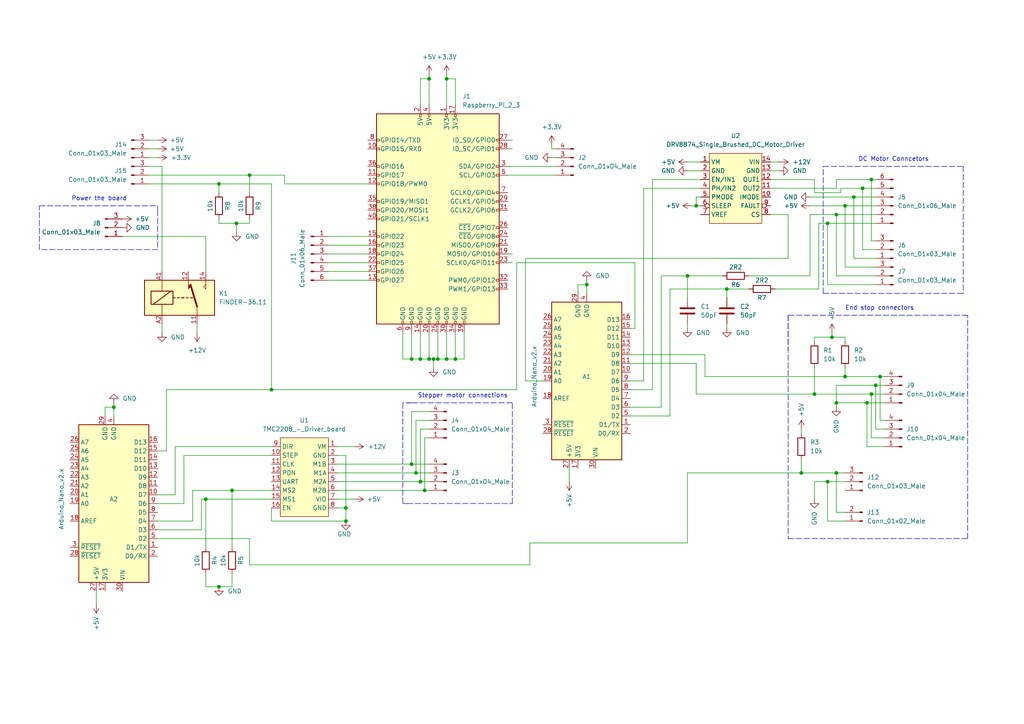
<source format=kicad_sch>
(kicad_sch (version 20211123) (generator eeschema)
  (paper "A4")
  (lib_symbols
    (symbol "Connector:Conn_01x02_Male" (pin_names (offset 1.016) hide)
      (property "Reference" "J" (at 0 2.54 0))
      (property "Value" "Conn_01x02_Male" (at 0 -5.08 0))
      (symbol "Conn_01x02_Male_1_1"
        (polyline (pts (xy 1.27 -2.54) (xy 0.8636 -2.54)) (stroke (width 0.1524)))
        (polyline (pts (xy 1.27 0) (xy 0.8636 0)) (stroke (width 0.1524)))
        (rectangle (start 0.8636 -2.413) (end 0 -2.667) (stroke (width 0.1524)) (fill (type outline)))
        (rectangle (start 0.8636 0.127) (end 0 -0.127) (stroke (width 0.1524)) (fill (type outline)))
        (pin passive line (at 5.08 0 180) (length 3.81) (name "Pin_1") (number "1"))
        (pin passive line (at 5.08 -2.54 180) (length 3.81) (name "Pin_2") (number "2"))
      )
    )
    (symbol "Connector:Conn_01x03_Male" (pin_names (offset 1.016) hide)
      (property "Reference" "J" (at 0 5.08 0))
      (property "Value" "Conn_01x03_Male" (at 0 -5.08 0))
      (symbol "Conn_01x03_Male_1_1"
        (polyline (pts (xy 1.27 -2.54) (xy 0.8636 -2.54)) (stroke (width 0.1524)))
        (polyline (pts (xy 1.27 0) (xy 0.8636 0)) (stroke (width 0.1524)))
        (polyline (pts (xy 1.27 2.54) (xy 0.8636 2.54)) (stroke (width 0.1524)))
        (rectangle (start 0.8636 -2.413) (end 0 -2.667) (stroke (width 0.1524)) (fill (type outline)))
        (rectangle (start 0.8636 0.127) (end 0 -0.127) (stroke (width 0.1524)) (fill (type outline)))
        (rectangle (start 0.8636 2.667) (end 0 2.413) (stroke (width 0.1524)) (fill (type outline)))
        (pin passive line (at 5.08 2.54 180) (length 3.81) (name "Pin_1") (number "1"))
        (pin passive line (at 5.08 0 180) (length 3.81) (name "Pin_2") (number "2"))
        (pin passive line (at 5.08 -2.54 180) (length 3.81) (name "Pin_3") (number "3"))
      )
    )
    (symbol "Connector:Conn_01x04_Male" (pin_names (offset 1.016) hide)
      (property "Reference" "J" (at 0 5.08 0))
      (property "Value" "Conn_01x04_Male" (at 0 -7.62 0))
      (symbol "Conn_01x04_Male_1_1"
        (polyline (pts (xy 1.27 -5.08) (xy 0.8636 -5.08)) (stroke (width 0.1524)))
        (polyline (pts (xy 1.27 -2.54) (xy 0.8636 -2.54)) (stroke (width 0.1524)))
        (polyline (pts (xy 1.27 0) (xy 0.8636 0)) (stroke (width 0.1524)))
        (polyline (pts (xy 1.27 2.54) (xy 0.8636 2.54)) (stroke (width 0.1524)))
        (rectangle (start 0.8636 -4.953) (end 0 -5.207) (stroke (width 0.1524)) (fill (type outline)))
        (rectangle (start 0.8636 -2.413) (end 0 -2.667) (stroke (width 0.1524)) (fill (type outline)))
        (rectangle (start 0.8636 0.127) (end 0 -0.127) (stroke (width 0.1524)) (fill (type outline)))
        (rectangle (start 0.8636 2.667) (end 0 2.413) (stroke (width 0.1524)) (fill (type outline)))
        (pin passive line (at 5.08 2.54 180) (length 3.81) (name "Pin_1") (number "1"))
        (pin passive line (at 5.08 0 180) (length 3.81) (name "Pin_2") (number "2"))
        (pin passive line (at 5.08 -2.54 180) (length 3.81) (name "Pin_3") (number "3"))
        (pin passive line (at 5.08 -5.08 180) (length 3.81) (name "Pin_4") (number "4"))
      )
    )
    (symbol "Connector:Conn_01x06_Male" (pin_names (offset 1.016) hide)
      (property "Reference" "J" (at 0 7.62 0))
      (property "Value" "Conn_01x06_Male" (at 0 -10.16 0))
      (symbol "Conn_01x06_Male_1_1"
        (polyline (pts (xy 1.27 -7.62) (xy 0.8636 -7.62)) (stroke (width 0.1524)))
        (polyline (pts (xy 1.27 -5.08) (xy 0.8636 -5.08)) (stroke (width 0.1524)))
        (polyline (pts (xy 1.27 -2.54) (xy 0.8636 -2.54)) (stroke (width 0.1524)))
        (polyline (pts (xy 1.27 0) (xy 0.8636 0)) (stroke (width 0.1524)))
        (polyline (pts (xy 1.27 2.54) (xy 0.8636 2.54)) (stroke (width 0.1524)))
        (polyline (pts (xy 1.27 5.08) (xy 0.8636 5.08)) (stroke (width 0.1524)))
        (rectangle (start 0.8636 -7.493) (end 0 -7.747) (stroke (width 0.1524)) (fill (type outline)))
        (rectangle (start 0.8636 -4.953) (end 0 -5.207) (stroke (width 0.1524)) (fill (type outline)))
        (rectangle (start 0.8636 -2.413) (end 0 -2.667) (stroke (width 0.1524)) (fill (type outline)))
        (rectangle (start 0.8636 0.127) (end 0 -0.127) (stroke (width 0.1524)) (fill (type outline)))
        (rectangle (start 0.8636 2.667) (end 0 2.413) (stroke (width 0.1524)) (fill (type outline)))
        (rectangle (start 0.8636 5.207) (end 0 4.953) (stroke (width 0.1524)) (fill (type outline)))
        (pin passive line (at 5.08 5.08 180) (length 3.81) (name "Pin_1") (number "1"))
        (pin passive line (at 5.08 2.54 180) (length 3.81) (name "Pin_2") (number "2"))
        (pin passive line (at 5.08 0 180) (length 3.81) (name "Pin_3") (number "3"))
        (pin passive line (at 5.08 -2.54 180) (length 3.81) (name "Pin_4") (number "4"))
        (pin passive line (at 5.08 -5.08 180) (length 3.81) (name "Pin_5") (number "5"))
        (pin passive line (at 5.08 -7.62 180) (length 3.81) (name "Pin_6") (number "6"))
      )
    )
    (symbol "Connector:Raspberry_Pi_2_3" (pin_names (offset 1.016))
      (property "Reference" "J" (at -17.78 31.75 0))
      (property "Value" "Raspberry_Pi_2_3" (at 10.16 -31.75 0))
      (symbol "Raspberry_Pi_2_3_0_1"
        (rectangle (start -17.78 30.48) (end 17.78 -30.48) (stroke (width 0.254)) (fill (type background)))
      )
      (symbol "Raspberry_Pi_2_3_1_1"
        (rectangle (start -16.891 -17.526) (end -17.78 -18.034))
        (rectangle (start -16.891 -14.986) (end -17.78 -15.494))
        (rectangle (start -16.891 -12.446) (end -17.78 -12.954))
        (rectangle (start -16.891 -9.906) (end -17.78 -10.414))
        (rectangle (start -16.891 -7.366) (end -17.78 -7.874))
        (rectangle (start -16.891 -4.826) (end -17.78 -5.334))
        (rectangle (start -16.891 0.254) (end -17.78 -0.254))
        (rectangle (start -16.891 2.794) (end -17.78 2.286))
        (rectangle (start -16.891 5.334) (end -17.78 4.826))
        (rectangle (start -16.891 10.414) (end -17.78 9.906))
        (rectangle (start -16.891 12.954) (end -17.78 12.446))
        (rectangle (start -16.891 15.494) (end -17.78 14.986))
        (rectangle (start -16.891 20.574) (end -17.78 20.066))
        (rectangle (start -16.891 23.114) (end -17.78 22.606))
        (rectangle (start -10.414 -29.591) (end -9.906 -30.48))
        (rectangle (start -7.874 -29.591) (end -7.366 -30.48))
        (rectangle (start -5.334 -29.591) (end -4.826 -30.48))
        (rectangle (start -5.334 30.48) (end -4.826 29.591))
        (rectangle (start -2.794 -29.591) (end -2.286 -30.48))
        (rectangle (start -2.794 30.48) (end -2.286 29.591))
        (rectangle (start -0.254 -29.591) (end 0.254 -30.48))
        (rectangle (start 2.286 -29.591) (end 2.794 -30.48))
        (rectangle (start 2.286 30.48) (end 2.794 29.591))
        (rectangle (start 4.826 -29.591) (end 5.334 -30.48))
        (rectangle (start 4.826 30.48) (end 5.334 29.591))
        (rectangle (start 7.366 -29.591) (end 7.874 -30.48))
        (rectangle (start 17.78 -20.066) (end 16.891 -20.574))
        (rectangle (start 17.78 -17.526) (end 16.891 -18.034))
        (rectangle (start 17.78 -12.446) (end 16.891 -12.954))
        (rectangle (start 17.78 -9.906) (end 16.891 -10.414))
        (rectangle (start 17.78 -7.366) (end 16.891 -7.874))
        (rectangle (start 17.78 -4.826) (end 16.891 -5.334))
        (rectangle (start 17.78 -2.286) (end 16.891 -2.794))
        (rectangle (start 17.78 2.794) (end 16.891 2.286))
        (rectangle (start 17.78 5.334) (end 16.891 4.826))
        (rectangle (start 17.78 7.874) (end 16.891 7.366))
        (rectangle (start 17.78 12.954) (end 16.891 12.446))
        (rectangle (start 17.78 15.494) (end 16.891 14.986))
        (rectangle (start 17.78 20.574) (end 16.891 20.066))
        (rectangle (start 17.78 23.114) (end 16.891 22.606))
        (pin power_in line (at 2.54 33.02 270) (length 2.54) (name "3V3") (number "1"))
        (pin bidirectional line (at -20.32 20.32 0) (length 2.54) (name "GPIO15/RXD") (number "10"))
        (pin bidirectional line (at -20.32 12.7 0) (length 2.54) (name "GPIO17") (number "11"))
        (pin bidirectional line (at -20.32 10.16 0) (length 2.54) (name "GPIO18/PWM0") (number "12"))
        (pin bidirectional line (at -20.32 -17.78 0) (length 2.54) (name "GPIO27") (number "13"))
        (pin power_in line (at -5.08 -33.02 90) (length 2.54) (name "GND") (number "14"))
        (pin bidirectional line (at -20.32 -5.08 0) (length 2.54) (name "GPIO22") (number "15"))
        (pin bidirectional line (at -20.32 -7.62 0) (length 2.54) (name "GPIO23") (number "16"))
        (pin power_in line (at 5.08 33.02 270) (length 2.54) (name "3V3") (number "17"))
        (pin bidirectional line (at -20.32 -10.16 0) (length 2.54) (name "GPIO24") (number "18"))
        (pin bidirectional line (at 20.32 -10.16 180) (length 2.54) (name "MOSI0/GPIO10") (number "19"))
        (pin power_in line (at -5.08 33.02 270) (length 2.54) (name "5V") (number "2"))
        (pin power_in line (at -2.54 -33.02 90) (length 2.54) (name "GND") (number "20"))
        (pin bidirectional line (at 20.32 -7.62 180) (length 2.54) (name "MISO0/GPIO9") (number "21"))
        (pin bidirectional line (at -20.32 -12.7 0) (length 2.54) (name "GPIO25") (number "22"))
        (pin bidirectional line (at 20.32 -12.7 180) (length 2.54) (name "SCLK0/GPIO11") (number "23"))
        (pin bidirectional line (at 20.32 -5.08 180) (length 2.54) (name "~{CE0}/GPIO8") (number "24"))
        (pin power_in line (at 0 -33.02 90) (length 2.54) (name "GND") (number "25"))
        (pin bidirectional line (at 20.32 -2.54 180) (length 2.54) (name "~{CE1}/GPIO7") (number "26"))
        (pin bidirectional line (at 20.32 22.86 180) (length 2.54) (name "ID_SD/GPIO0") (number "27"))
        (pin bidirectional line (at 20.32 20.32 180) (length 2.54) (name "ID_SC/GPIO1") (number "28"))
        (pin bidirectional line (at 20.32 5.08 180) (length 2.54) (name "GCLK1/GPIO5") (number "29"))
        (pin bidirectional line (at 20.32 15.24 180) (length 2.54) (name "SDA/GPIO2") (number "3"))
        (pin power_in line (at 2.54 -33.02 90) (length 2.54) (name "GND") (number "30"))
        (pin bidirectional line (at 20.32 2.54 180) (length 2.54) (name "GCLK2/GPIO6") (number "31"))
        (pin bidirectional line (at 20.32 -17.78 180) (length 2.54) (name "PWM0/GPIO12") (number "32"))
        (pin bidirectional line (at 20.32 -20.32 180) (length 2.54) (name "PWM1/GPIO13") (number "33"))
        (pin power_in line (at 5.08 -33.02 90) (length 2.54) (name "GND") (number "34"))
        (pin bidirectional line (at -20.32 5.08 0) (length 2.54) (name "GPIO19/MISO1") (number "35"))
        (pin bidirectional line (at -20.32 15.24 0) (length 2.54) (name "GPIO16") (number "36"))
        (pin bidirectional line (at -20.32 -15.24 0) (length 2.54) (name "GPIO26") (number "37"))
        (pin bidirectional line (at -20.32 2.54 0) (length 2.54) (name "GPIO20/MOSI1") (number "38"))
        (pin power_in line (at 7.62 -33.02 90) (length 2.54) (name "GND") (number "39"))
        (pin power_in line (at -2.54 33.02 270) (length 2.54) (name "5V") (number "4"))
        (pin bidirectional line (at -20.32 0 0) (length 2.54) (name "GPIO21/SCLK1") (number "40"))
        (pin bidirectional line (at 20.32 12.7 180) (length 2.54) (name "SCL/GPIO3") (number "5"))
        (pin power_in line (at -10.16 -33.02 90) (length 2.54) (name "GND") (number "6"))
        (pin bidirectional line (at 20.32 7.62 180) (length 2.54) (name "GCLK0/GPIO4") (number "7"))
        (pin bidirectional line (at -20.32 22.86 0) (length 2.54) (name "GPIO14/TXD") (number "8"))
        (pin power_in line (at -7.62 -33.02 90) (length 2.54) (name "GND") (number "9"))
      )
    )
    (symbol "Custom:DRV8874_Single_Brushed_DC_Motor_Driver"
      (property "Reference" "U" (at 1.27 12.7 0))
      (property "Value" "DRV8874_Single_Brushed_DC_Motor_Driver" (at 1.27 12.7 0))
      (symbol "DRV8874_Single_Brushed_DC_Motor_Driver_0_1"
        (rectangle (start 0 7.62) (end 15.24 -12.7) (fill (type background)))
      )
      (symbol "DRV8874_Single_Brushed_DC_Motor_Driver_1_1"
        (pin input line (at -2.54 5.08 0) (length 2.54) (name "VM") (number "1"))
        (pin input line (at 17.78 -5.08 180) (length 2.54) (name "IMODE") (number "10"))
        (pin input line (at 17.78 -2.54 180) (length 2.54) (name "OUT2") (number "11"))
        (pin input line (at 17.78 0 180) (length 2.54) (name "OUT1") (number "12"))
        (pin input line (at 17.78 2.54 180) (length 2.54) (name "GND") (number "13"))
        (pin input line (at 17.78 5.08 180) (length 2.54) (name "VIN") (number "14"))
        (pin input line (at -2.54 2.54 0) (length 2.54) (name "GND") (number "2"))
        (pin input line (at -2.54 0 0) (length 2.54) (name "EN/IN1") (number "3"))
        (pin input line (at -2.54 -2.54 0) (length 2.54) (name "PH/IN2") (number "4"))
        (pin input line (at -2.54 -5.08 0) (length 2.54) (name "PMODE") (number "5"))
        (pin input inverted (at -2.54 -7.62 0) (length 2.54) (name "SLEEP") (number "6"))
        (pin input line (at -2.54 -10.16 0) (length 2.54) (name "VREF") (number "7"))
        (pin input line (at 17.78 -10.16 180) (length 2.54) (name "CS") (number "8"))
        (pin input inverted (at 17.78 -7.62 180) (length 2.54) (name "FAULT") (number "9"))
      )
    )
    (symbol "Custom:TMC2208_-_Driver_board"
      (property "Reference" "U" (at 6.35 1.27 0))
      (property "Value" "TMC2208_-_Driver_board" (at 6.35 13.97 0))
      (symbol "TMC2208_-_Driver_board_0_1"
        (rectangle (start 0 11.43) (end 13.97 -11.43) (fill (type background)))
      )
      (symbol "TMC2208_-_Driver_board_1_1"
        (pin input line (at -2.54 8.89 0) (length 2.54) (name "VM") (number "1"))
        (pin input line (at 16.51 6.35 180) (length 2.54) (name "STEP") (number "10"))
        (pin input line (at 16.51 3.81 180) (length 2.54) (name "CLK") (number "11"))
        (pin input line (at 16.51 1.27 180) (length 2.54) (name "PDN") (number "12"))
        (pin input line (at 16.51 -1.27 180) (length 2.54) (name "UART") (number "13"))
        (pin input line (at 16.51 -3.81 180) (length 2.54) (name "MS2") (number "14"))
        (pin input line (at 16.51 -6.35 180) (length 2.54) (name "MS1") (number "15"))
        (pin input line (at 16.51 -8.89 180) (length 2.54) (name "EN") (number "16"))
        (pin input line (at -2.54 6.35 0) (length 2.54) (name "GND") (number "2"))
        (pin input line (at -2.54 3.81 0) (length 2.54) (name "M1B") (number "3"))
        (pin input line (at -2.54 1.27 0) (length 2.54) (name "M1A") (number "4"))
        (pin input line (at -2.54 -1.27 0) (length 2.54) (name "M2A") (number "5"))
        (pin input line (at -2.54 -3.81 0) (length 2.54) (name "M2B") (number "6"))
        (pin input line (at -2.54 -6.35 0) (length 2.54) (name "VIO") (number "7"))
        (pin input line (at -2.54 -8.89 0) (length 2.54) (name "GND") (number "8"))
        (pin input line (at 16.51 8.89 180) (length 2.54) (name "DIR") (number "9"))
      )
    )
    (symbol "Device:C" (pin_numbers hide) (pin_names (offset 0.254))
      (property "Reference" "C" (at 0.635 2.54 0))
      (property "Value" "C" (at 0.635 -2.54 0))
      (symbol "C_0_1"
        (polyline (pts (xy -2.032 -0.762) (xy 2.032 -0.762)) (stroke (width 0.508)))
        (polyline (pts (xy -2.032 0.762) (xy 2.032 0.762)) (stroke (width 0.508)))
      )
      (symbol "C_1_1"
        (pin passive line (at 0 3.81 270) (length 2.794) (name "~") (number "1"))
        (pin passive line (at 0 -3.81 90) (length 2.794) (name "~") (number "2"))
      )
    )
    (symbol "Device:R" (pin_numbers hide) (pin_names (offset 0))
      (property "Reference" "R" (at 2.032 0 90))
      (property "Value" "R" (at 0 0 90))
      (symbol "R_0_1"
        (rectangle (start -1.016 -2.54) (end 1.016 2.54) (stroke (width 0.254)))
      )
      (symbol "R_1_1"
        (pin passive line (at 0 3.81 270) (length 1.27) (name "~") (number "1"))
        (pin passive line (at 0 -3.81 90) (length 1.27) (name "~") (number "2"))
      )
    )
    (symbol "MCU_Module:Arduino_Nano_v2.x"
      (property "Reference" "A" (at -10.16 23.495 0))
      (property "Value" "Arduino_Nano_v2.x" (at 5.08 -24.13 0))
      (symbol "Arduino_Nano_v2.x_0_1"
        (rectangle (start -10.16 22.86) (end 10.16 -22.86) (stroke (width 0.254)) (fill (type background)))
      )
      (symbol "Arduino_Nano_v2.x_1_1"
        (pin bidirectional line (at -12.7 12.7 0) (length 2.54) (name "D1/TX") (number "1"))
        (pin bidirectional line (at -12.7 -2.54 0) (length 2.54) (name "D7") (number "10"))
        (pin bidirectional line (at -12.7 -5.08 0) (length 2.54) (name "D8") (number "11"))
        (pin bidirectional line (at -12.7 -7.62 0) (length 2.54) (name "D9") (number "12"))
        (pin bidirectional line (at -12.7 -10.16 0) (length 2.54) (name "D10") (number "13"))
        (pin bidirectional line (at -12.7 -12.7 0) (length 2.54) (name "D11") (number "14"))
        (pin bidirectional line (at -12.7 -15.24 0) (length 2.54) (name "D12") (number "15"))
        (pin bidirectional line (at -12.7 -17.78 0) (length 2.54) (name "D13") (number "16"))
        (pin power_out line (at 2.54 25.4 270) (length 2.54) (name "3V3") (number "17"))
        (pin input line (at 12.7 5.08 180) (length 2.54) (name "AREF") (number "18"))
        (pin bidirectional line (at 12.7 0 180) (length 2.54) (name "A0") (number "19"))
        (pin bidirectional line (at -12.7 15.24 0) (length 2.54) (name "D0/RX") (number "2"))
        (pin bidirectional line (at 12.7 -2.54 180) (length 2.54) (name "A1") (number "20"))
        (pin bidirectional line (at 12.7 -5.08 180) (length 2.54) (name "A2") (number "21"))
        (pin bidirectional line (at 12.7 -7.62 180) (length 2.54) (name "A3") (number "22"))
        (pin bidirectional line (at 12.7 -10.16 180) (length 2.54) (name "A4") (number "23"))
        (pin bidirectional line (at 12.7 -12.7 180) (length 2.54) (name "A5") (number "24"))
        (pin bidirectional line (at 12.7 -15.24 180) (length 2.54) (name "A6") (number "25"))
        (pin bidirectional line (at 12.7 -17.78 180) (length 2.54) (name "A7") (number "26"))
        (pin power_out line (at 5.08 25.4 270) (length 2.54) (name "+5V") (number "27"))
        (pin input line (at 12.7 15.24 180) (length 2.54) (name "~{RESET}") (number "28"))
        (pin power_in line (at 2.54 -25.4 90) (length 2.54) (name "GND") (number "29"))
        (pin input line (at 12.7 12.7 180) (length 2.54) (name "~{RESET}") (number "3"))
        (pin power_in line (at -2.54 25.4 270) (length 2.54) (name "VIN") (number "30"))
        (pin power_in line (at 0 -25.4 90) (length 2.54) (name "GND") (number "4"))
        (pin bidirectional line (at -12.7 10.16 0) (length 2.54) (name "D2") (number "5"))
        (pin bidirectional line (at -12.7 7.62 0) (length 2.54) (name "D3") (number "6"))
        (pin bidirectional line (at -12.7 5.08 0) (length 2.54) (name "D4") (number "7"))
        (pin bidirectional line (at -12.7 2.54 0) (length 2.54) (name "D5") (number "8"))
        (pin bidirectional line (at -12.7 0 0) (length 2.54) (name "D6") (number "9"))
      )
    )
    (symbol "Relay:FINDER-36.11"
      (property "Reference" "K" (at 11.43 3.81 0))
      (property "Value" "FINDER-36.11" (at 11.43 1.27 0))
      (symbol "FINDER-36.11_0_0"
        (polyline (pts (xy 2.54 3.81) (xy 2.54 5.08)))
        (polyline (pts (xy 7.62 3.81) (xy 7.62 5.08)))
        (polyline (pts (xy 7.62 3.81) (xy 7.62 2.54) (xy 6.985 3.175) (xy 7.62 3.81)))
      )
      (symbol "FINDER-36.11_0_1"
        (rectangle (start -10.16 5.08) (end 10.16 -5.08) (stroke (width 0.254)) (fill (type background)))
        (rectangle (start -8.255 1.905) (end -1.905 -1.905) (stroke (width 0.254)))
        (polyline (pts (xy -7.62 -1.905) (xy -2.54 1.905)) (stroke (width 0.254)))
        (polyline (pts (xy -5.08 -5.08) (xy -5.08 -1.905)))
        (polyline (pts (xy -5.08 5.08) (xy -5.08 1.905)))
        (polyline (pts (xy -1.905 0) (xy -1.27 0)) (stroke (width 0.254)))
        (polyline (pts (xy -0.635 0) (xy 0 0)) (stroke (width 0.254)))
        (polyline (pts (xy 0.635 0) (xy 1.27 0)) (stroke (width 0.254)))
        (polyline (pts (xy 0.635 0) (xy 1.27 0)) (stroke (width 0.254)))
        (polyline (pts (xy 1.905 0) (xy 2.54 0)) (stroke (width 0.254)))
        (polyline (pts (xy 3.175 0) (xy 3.81 0)) (stroke (width 0.254)))
        (polyline (pts (xy 5.08 -2.54) (xy 3.175 3.81)) (stroke (width 0.508)))
        (polyline (pts (xy 5.08 -2.54) (xy 5.08 -5.08)))
        (polyline (pts (xy 2.54 2.54) (xy 3.175 3.175) (xy 2.54 3.81)) (fill (type outline)))
      )
      (symbol "FINDER-36.11_1_1"
        (pin passive line (at 5.08 -7.62 90) (length 2.54) (name "~") (number "11"))
        (pin passive line (at 2.54 7.62 270) (length 2.54) (name "~") (number "12"))
        (pin passive line (at 7.62 7.62 270) (length 2.54) (name "~") (number "14"))
        (pin passive line (at -5.08 7.62 270) (length 2.54) (name "~") (number "A1"))
        (pin passive line (at -5.08 -7.62 90) (length 2.54) (name "~") (number "A2"))
      )
    )
    (symbol "power:+12V" (power) (pin_names (offset 0))
      (property "Value" "+12V" (at 0 3.556 0))
      (symbol "+12V_0_1"
        (polyline (pts (xy -0.762 1.27) (xy 0 2.54)))
        (polyline (pts (xy 0 0) (xy 0 2.54)))
        (polyline (pts (xy 0 2.54) (xy 0.762 1.27)))
      )
      (symbol "+12V_1_1"
        (pin power_in line (at 0 0 90) (length 0) hide (name "+12V") (number "1"))
      )
    )
    (symbol "power:+3.3V" (power) (pin_names (offset 0))
      (property "Value" "+3.3V" (at 0 3.556 0))
      (symbol "+3.3V_0_1"
        (polyline (pts (xy -0.762 1.27) (xy 0 2.54)))
        (polyline (pts (xy 0 0) (xy 0 2.54)))
        (polyline (pts (xy 0 2.54) (xy 0.762 1.27)))
      )
      (symbol "+3.3V_1_1"
        (pin power_in line (at 0 0 90) (length 0) hide (name "+3.3V") (number "1"))
      )
    )
    (symbol "power:+5V" (power) (pin_names (offset 0))
      (property "Value" "+5V" (at 0 3.556 0))
      (symbol "+5V_0_1"
        (polyline (pts (xy -0.762 1.27) (xy 0 2.54)))
        (polyline (pts (xy 0 0) (xy 0 2.54)))
        (polyline (pts (xy 0 2.54) (xy 0.762 1.27)))
      )
      (symbol "+5V_1_1"
        (pin power_in line (at 0 0 90) (length 0) hide (name "+5V") (number "1"))
      )
    )
    (symbol "power:GND" (power) (pin_names (offset 0))
      (property "Value" "GND" (at 0 -3.81 0))
      (symbol "GND_0_1"
        (polyline (pts (xy 0 0) (xy 0 -1.27) (xy 1.27 -1.27) (xy 0 -2.54) (xy -1.27 -1.27) (xy 0 -1.27)))
      )
      (symbol "GND_1_1"
        (pin power_in line (at 0 0 270) (length 0) hide (name "GND") (number "1"))
      )
    )
  )
  (junction (at 236.22 114.3))
  (junction (at 232.41 137.16))
  (junction (at 124.46 104.14))
  (junction (at 242.57 137.16))
  (junction (at 100.33 147.32))
  (junction (at 120.65 137.16))
  (junction (at 121.92 104.14))
  (junction (at 240.03 139.7))
  (junction (at 119.38 134.62))
  (junction (at 254 111.76))
  (junction (at 63.5 170.18))
  (junction (at 129.54 22.86))
  (junction (at 242.57 116.84))
  (junction (at 252.73 114.3))
  (junction (at 59.69 144.78))
  (junction (at 247.65 57.15))
  (junction (at 242.57 62.23))
  (junction (at 121.92 139.7))
  (junction (at 33.02 118.11))
  (junction (at 72.39 50.8))
  (junction (at 132.08 104.14))
  (junction (at 255.27 109.22))
  (junction (at 241.3 97.79))
  (junction (at 240.03 64.77))
  (junction (at 78.74 113.03))
  (junction (at 250.19 54.61))
  (junction (at 252.73 52.07))
  (junction (at 68.58 64.77))
  (junction (at 127 104.14))
  (junction (at 210.82 83.82))
  (junction (at 119.38 104.14))
  (junction (at 100.33 151.13))
  (junction (at 251.46 116.84))
  (junction (at 67.31 142.24))
  (junction (at 129.54 104.14))
  (junction (at 125.73 104.14))
  (junction (at 124.46 22.86))
  (junction (at 201.93 59.69))
  (junction (at 123.19 142.24))
  (junction (at 199.39 80.01))
  (junction (at 245.11 59.69))
  (junction (at 63.5 53.34))
  (junction (at 245.11 109.22))
  (junction (at 170.18 82.55))
  (wire (pts (xy 63.5 53.34) (xy 63.5 55.88)))
  (wire (pts (xy 55.88 142.24) (xy 55.88 151.13)))
  (polyline (pts (xy 228.6 91.44) (xy 228.6 101.6)))
  (wire (pts (xy 184.15 76.2) (xy 149.86 76.2)))
  (wire (pts (xy 78.74 147.32) (xy 78.74 151.13)))
  (polyline (pts (xy 238.76 85.09) (xy 279.4 85.09)))
  (wire (pts (xy 252.73 52.07) (xy 252.73 69.85)))
  (wire (pts (xy 119.38 134.62) (xy 124.46 134.62)))
  (wire (pts (xy 152.4 110.49) (xy 157.48 110.49)))
  (polyline (pts (xy 280.67 156.21) (xy 280.67 91.44)))
  (wire (pts (xy 252.73 114.3) (xy 256.54 114.3)))
  (wire (pts (xy 46.99 48.26) (xy 46.99 78.74)))
  (wire (pts (xy 123.19 142.24) (xy 124.46 142.24)))
  (wire (pts (xy 245.11 59.69) (xy 245.11 77.47)))
  (wire (pts (xy 165.1 135.89) (xy 165.1 139.7)))
  (wire (pts (xy 120.65 137.16) (xy 120.65 121.92)))
  (wire (pts (xy 100.33 132.08) (xy 100.33 147.32)))
  (wire (pts (xy 184.15 95.25) (xy 184.15 76.2)))
  (wire (pts (xy 124.46 21.59) (xy 124.46 22.86)))
  (wire (pts (xy 48.26 130.81) (xy 45.72 130.81)))
  (wire (pts (xy 63.5 64.77) (xy 68.58 64.77)))
  (wire (pts (xy 120.65 137.16) (xy 124.46 137.16)))
  (wire (pts (xy 119.38 119.38) (xy 124.46 119.38)))
  (wire (pts (xy 240.03 64.77) (xy 254 64.77)))
  (wire (pts (xy 124.46 22.86) (xy 124.46 30.48)))
  (wire (pts (xy 160.02 45.72) (xy 161.29 45.72)))
  (wire (pts (xy 236.22 97.79) (xy 236.22 99.06)))
  (wire (pts (xy 245.11 59.69) (xy 254 59.69)))
  (wire (pts (xy 223.52 54.61) (xy 242.57 54.61)))
  (wire (pts (xy 59.69 144.78) (xy 59.69 158.75)))
  (wire (pts (xy 234.95 62.23) (xy 242.57 62.23)))
  (wire (pts (xy 43.18 45.72) (xy 45.72 45.72)))
  (wire (pts (xy 194.31 83.82) (xy 210.82 83.82)))
  (wire (pts (xy 68.58 64.77) (xy 68.58 67.31)))
  (wire (pts (xy 48.26 113.03) (xy 78.74 113.03)))
  (wire (pts (xy 255.27 109.22) (xy 256.54 109.22)))
  (wire (pts (xy 254 111.76) (xy 254 124.46)))
  (wire (pts (xy 250.19 54.61) (xy 250.19 72.39)))
  (wire (pts (xy 250.19 54.61) (xy 254 54.61)))
  (wire (pts (xy 200.66 59.69) (xy 201.93 59.69)))
  (wire (pts (xy 236.22 97.79) (xy 241.3 97.79)))
  (wire (pts (xy 147.32 73.66) (xy 148.59 73.66)))
  (wire (pts (xy 149.86 113.03) (xy 78.74 113.03)))
  (polyline (pts (xy 11.43 72.39) (xy 11.43 59.69)))
  (wire (pts (xy 210.82 83.82) (xy 217.17 83.82)))
  (polyline (pts (xy 45.72 60.96) (xy 45.72 72.39)))
  (wire (pts (xy 57.15 93.98) (xy 57.15 96.52)))
  (wire (pts (xy 209.55 80.01) (xy 199.39 80.01)))
  (wire (pts (xy 189.23 52.07) (xy 189.23 113.03)))
  (wire (pts (xy 241.3 96.52) (xy 241.3 97.79)))
  (wire (pts (xy 194.31 120.65) (xy 182.88 120.65)))
  (wire (pts (xy 43.18 43.18) (xy 45.72 43.18)))
  (wire (pts (xy 95.25 76.2) (xy 106.68 76.2)))
  (wire (pts (xy 55.88 151.13) (xy 45.72 151.13)))
  (wire (pts (xy 46.99 93.98) (xy 46.99 96.52)))
  (wire (pts (xy 223.52 49.53) (xy 226.06 49.53)))
  (wire (pts (xy 67.31 170.18) (xy 63.5 170.18)))
  (wire (pts (xy 201.93 105.41) (xy 182.88 105.41)))
  (wire (pts (xy 116.84 96.52) (xy 116.84 104.14)))
  (wire (pts (xy 250.19 54.61) (xy 243.84 54.61)))
  (wire (pts (xy 95.25 71.12) (xy 106.68 71.12)))
  (wire (pts (xy 243.84 55.88) (xy 236.22 55.88)))
  (wire (pts (xy 72.39 63.5) (xy 72.39 64.77)))
  (wire (pts (xy 33.02 116.84) (xy 33.02 118.11)))
  (wire (pts (xy 199.39 80.01) (xy 191.77 80.01)))
  (wire (pts (xy 236.22 139.7) (xy 240.03 139.7)))
  (polyline (pts (xy 118.11 146.05) (xy 148.59 146.05)))
  (wire (pts (xy 153.67 163.83) (xy 72.39 163.83)))
  (wire (pts (xy 201.93 114.3) (xy 201.93 105.41)))
  (wire (pts (xy 201.93 57.15) (xy 203.2 57.15)))
  (wire (pts (xy 119.38 104.14) (xy 121.92 104.14)))
  (wire (pts (xy 147.32 50.8) (xy 161.29 50.8)))
  (wire (pts (xy 50.8 129.54) (xy 78.74 129.54)))
  (wire (pts (xy 252.73 114.3) (xy 252.73 127)))
  (wire (pts (xy 132.08 30.48) (xy 132.08 22.86)))
  (wire (pts (xy 53.34 132.08) (xy 53.34 146.05)))
  (wire (pts (xy 204.47 109.22) (xy 204.47 102.87)))
  (wire (pts (xy 82.55 50.8) (xy 72.39 50.8)))
  (wire (pts (xy 123.19 127) (xy 124.46 127)))
  (wire (pts (xy 120.65 121.92) (xy 124.46 121.92)))
  (wire (pts (xy 242.57 116.84) (xy 242.57 111.76)))
  (wire (pts (xy 50.8 143.51) (xy 45.72 143.51)))
  (wire (pts (xy 201.93 59.69) (xy 203.2 59.69)))
  (wire (pts (xy 242.57 111.76) (xy 254 111.76)))
  (wire (pts (xy 45.72 156.21) (xy 72.39 156.21)))
  (polyline (pts (xy 228.6 156.21) (xy 280.67 156.21)))
  (wire (pts (xy 30.48 118.11) (xy 33.02 118.11)))
  (wire (pts (xy 129.54 96.52) (xy 129.54 104.14)))
  (wire (pts (xy 106.68 53.34) (xy 82.55 53.34)))
  (wire (pts (xy 170.18 82.55) (xy 170.18 85.09)))
  (wire (pts (xy 236.22 114.3) (xy 252.73 114.3)))
  (wire (pts (xy 241.3 97.79) (xy 245.11 97.79)))
  (wire (pts (xy 242.57 116.84) (xy 251.46 116.84)))
  (wire (pts (xy 63.5 63.5) (xy 63.5 64.77)))
  (wire (pts (xy 199.39 157.48) (xy 153.67 157.48)))
  (polyline (pts (xy 228.6 91.44) (xy 228.6 156.21)))
  (wire (pts (xy 199.39 46.99) (xy 203.2 46.99)))
  (polyline (pts (xy 280.67 91.44) (xy 228.6 91.44)))
  (wire (pts (xy 240.03 151.13) (xy 240.03 139.7)))
  (wire (pts (xy 217.17 80.01) (xy 234.95 80.01)))
  (wire (pts (xy 245.11 99.06) (xy 245.11 97.79)))
  (wire (pts (xy 72.39 64.77) (xy 68.58 64.77)))
  (wire (pts (xy 234.95 59.69) (xy 245.11 59.69)))
  (wire (pts (xy 236.22 55.88) (xy 236.22 52.07)))
  (wire (pts (xy 186.69 54.61) (xy 203.2 54.61)))
  (wire (pts (xy 186.69 54.61) (xy 186.69 110.49)))
  (wire (pts (xy 210.82 95.25) (xy 210.82 93.98)))
  (wire (pts (xy 247.65 57.15) (xy 247.65 74.93)))
  (wire (pts (xy 242.57 137.16) (xy 232.41 137.16)))
  (wire (pts (xy 243.84 54.61) (xy 243.84 55.88)))
  (wire (pts (xy 119.38 119.38) (xy 119.38 134.62)))
  (polyline (pts (xy 148.59 146.05) (xy 148.59 116.84)))
  (wire (pts (xy 228.6 74.93) (xy 152.4 74.93)))
  (wire (pts (xy 55.88 142.24) (xy 67.31 142.24)))
  (wire (pts (xy 147.32 43.18) (xy 148.59 43.18)))
  (wire (pts (xy 43.18 40.64) (xy 45.72 40.64)))
  (wire (pts (xy 43.18 48.26) (xy 46.99 48.26)))
  (wire (pts (xy 160.02 43.18) (xy 160.02 41.91)))
  (wire (pts (xy 35.56 68.58) (xy 59.69 68.58)))
  (wire (pts (xy 251.46 116.84) (xy 256.54 116.84)))
  (polyline (pts (xy 148.59 116.84) (xy 118.11 116.84)))
  (wire (pts (xy 97.79 132.08) (xy 100.33 132.08)))
  (wire (pts (xy 242.57 148.59) (xy 242.57 137.16)))
  (wire (pts (xy 234.95 57.15) (xy 247.65 57.15)))
  (wire (pts (xy 236.22 52.07) (xy 223.52 52.07)))
  (wire (pts (xy 100.33 147.32) (xy 97.79 147.32)))
  (wire (pts (xy 199.39 95.25) (xy 199.39 93.98)))
  (wire (pts (xy 152.4 74.93) (xy 152.4 110.49)))
  (wire (pts (xy 119.38 96.52) (xy 119.38 104.14)))
  (wire (pts (xy 72.39 50.8) (xy 72.39 55.88)))
  (wire (pts (xy 147.32 40.64) (xy 148.59 40.64)))
  (wire (pts (xy 116.84 104.14) (xy 119.38 104.14)))
  (wire (pts (xy 121.92 139.7) (xy 121.92 124.46)))
  (wire (pts (xy 63.5 53.34) (xy 78.74 53.34)))
  (wire (pts (xy 125.73 106.68) (xy 125.73 104.14)))
  (wire (pts (xy 78.74 142.24) (xy 67.31 142.24)))
  (wire (pts (xy 95.25 73.66) (xy 106.68 73.66)))
  (wire (pts (xy 59.69 144.78) (xy 78.74 144.78)))
  (wire (pts (xy 167.64 85.09) (xy 167.64 82.55)))
  (wire (pts (xy 129.54 104.14) (xy 132.08 104.14)))
  (wire (pts (xy 167.64 82.55) (xy 170.18 82.55)))
  (wire (pts (xy 97.79 142.24) (xy 123.19 142.24)))
  (wire (pts (xy 189.23 52.07) (xy 203.2 52.07)))
  (wire (pts (xy 240.03 139.7) (xy 245.11 139.7)))
  (wire (pts (xy 245.11 109.22) (xy 255.27 109.22)))
  (wire (pts (xy 256.54 124.46) (xy 254 124.46)))
  (wire (pts (xy 189.23 113.03) (xy 182.88 113.03)))
  (wire (pts (xy 97.79 139.7) (xy 121.92 139.7)))
  (wire (pts (xy 45.72 153.67) (xy 58.42 153.67)))
  (wire (pts (xy 121.92 22.86) (xy 124.46 22.86)))
  (wire (pts (xy 236.22 106.68) (xy 236.22 114.3)))
  (wire (pts (xy 242.57 80.01) (xy 254 80.01)))
  (wire (pts (xy 48.26 113.03) (xy 48.26 130.81)))
  (wire (pts (xy 147.32 76.2) (xy 148.59 76.2)))
  (wire (pts (xy 123.19 142.24) (xy 123.19 127)))
  (wire (pts (xy 223.52 62.23) (xy 228.6 62.23)))
  (wire (pts (xy 129.54 22.86) (xy 129.54 30.48)))
  (wire (pts (xy 95.25 78.74) (xy 106.68 78.74)))
  (wire (pts (xy 129.54 21.59) (xy 129.54 22.86)))
  (polyline (pts (xy 279.4 48.26) (xy 279.4 85.09)))
  (wire (pts (xy 121.92 22.86) (xy 121.92 30.48)))
  (wire (pts (xy 134.62 96.52) (xy 134.62 104.14)))
  (wire (pts (xy 242.57 62.23) (xy 242.57 80.01)))
  (polyline (pts (xy 238.76 85.09) (xy 238.76 48.26)))
  (wire (pts (xy 252.73 52.07) (xy 254 52.07)))
  (wire (pts (xy 33.02 118.11) (xy 33.02 120.65)))
  (wire (pts (xy 223.52 46.99) (xy 226.06 46.99)))
  (wire (pts (xy 127 96.52) (xy 127 104.14)))
  (wire (pts (xy 228.6 62.23) (xy 228.6 74.93)))
  (wire (pts (xy 53.34 132.08) (xy 78.74 132.08)))
  (wire (pts (xy 254 111.76) (xy 256.54 111.76)))
  (wire (pts (xy 161.29 43.18) (xy 160.02 43.18)))
  (wire (pts (xy 256.54 129.54) (xy 251.46 129.54)))
  (wire (pts (xy 234.95 80.01) (xy 234.95 62.23)))
  (wire (pts (xy 153.67 157.48) (xy 153.67 163.83)))
  (wire (pts (xy 245.11 77.47) (xy 254 77.47)))
  (wire (pts (xy 224.79 83.82) (xy 237.49 83.82)))
  (wire (pts (xy 242.57 52.07) (xy 252.73 52.07)))
  (wire (pts (xy 78.74 151.13) (xy 100.33 151.13)))
  (wire (pts (xy 194.31 83.82) (xy 194.31 120.65)))
  (wire (pts (xy 201.93 114.3) (xy 236.22 114.3)))
  (wire (pts (xy 201.93 59.69) (xy 201.93 57.15)))
  (wire (pts (xy 59.69 166.37) (xy 59.69 170.18)))
  (wire (pts (xy 97.79 137.16) (xy 120.65 137.16)))
  (wire (pts (xy 78.74 53.34) (xy 78.74 113.03)))
  (wire (pts (xy 27.94 171.45) (xy 27.94 175.26)))
  (wire (pts (xy 237.49 64.77) (xy 240.03 64.77)))
  (wire (pts (xy 255.27 121.92) (xy 255.27 109.22)))
  (wire (pts (xy 256.54 127) (xy 252.73 127)))
  (wire (pts (xy 50.8 129.54) (xy 50.8 143.51)))
  (wire (pts (xy 245.11 148.59) (xy 242.57 148.59)))
  (wire (pts (xy 240.03 64.77) (xy 240.03 82.55)))
  (polyline (pts (xy 116.84 146.05) (xy 118.11 146.05)))
  (wire (pts (xy 43.18 53.34) (xy 63.5 53.34)))
  (wire (pts (xy 121.92 124.46) (xy 124.46 124.46)))
  (wire (pts (xy 242.57 54.61) (xy 242.57 52.07)))
  (wire (pts (xy 242.57 118.11) (xy 242.57 116.84)))
  (wire (pts (xy 250.19 72.39) (xy 254 72.39)))
  (wire (pts (xy 67.31 142.24) (xy 67.31 158.75)))
  (wire (pts (xy 132.08 96.52) (xy 132.08 104.14)))
  (wire (pts (xy 199.39 49.53) (xy 203.2 49.53)))
  (wire (pts (xy 252.73 69.85) (xy 254 69.85)))
  (wire (pts (xy 245.11 151.13) (xy 240.03 151.13)))
  (wire (pts (xy 95.25 81.28) (xy 106.68 81.28)))
  (wire (pts (xy 242.57 62.23) (xy 254 62.23)))
  (wire (pts (xy 127 104.14) (xy 129.54 104.14)))
  (wire (pts (xy 245.11 137.16) (xy 242.57 137.16)))
  (wire (pts (xy 124.46 104.14) (xy 125.73 104.14)))
  (wire (pts (xy 240.03 82.55) (xy 254 82.55)))
  (wire (pts (xy 121.92 139.7) (xy 124.46 139.7)))
  (wire (pts (xy 199.39 80.01) (xy 199.39 86.36)))
  (wire (pts (xy 256.54 121.92) (xy 255.27 121.92)))
  (wire (pts (xy 210.82 83.82) (xy 210.82 86.36)))
  (wire (pts (xy 247.65 74.93) (xy 254 74.93)))
  (polyline (pts (xy 119.38 116.84) (xy 116.84 116.84)))
  (wire (pts (xy 59.69 170.18) (xy 63.5 170.18)))
  (wire (pts (xy 245.11 106.68) (xy 245.11 109.22)))
  (polyline (pts (xy 11.43 59.69) (xy 45.72 59.69)))
  (wire (pts (xy 121.92 104.14) (xy 124.46 104.14)))
  (wire (pts (xy 124.46 96.52) (xy 124.46 104.14)))
  (wire (pts (xy 191.77 118.11) (xy 182.88 118.11)))
  (wire (pts (xy 232.41 124.46) (xy 232.41 125.73)))
  (wire (pts (xy 237.49 83.82) (xy 237.49 64.77)))
  (wire (pts (xy 58.42 144.78) (xy 59.69 144.78)))
  (wire (pts (xy 72.39 50.8) (xy 43.18 50.8)))
  (wire (pts (xy 72.39 163.83) (xy 72.39 156.21)))
  (wire (pts (xy 58.42 144.78) (xy 58.42 153.67)))
  (polyline (pts (xy 45.72 72.39) (xy 11.43 72.39)))
  (wire (pts (xy 129.54 22.86) (xy 132.08 22.86)))
  (wire (pts (xy 59.69 68.58) (xy 59.69 78.74)))
  (polyline (pts (xy 238.76 48.26) (xy 279.4 48.26)))
  (wire (pts (xy 53.34 146.05) (xy 45.72 146.05)))
  (wire (pts (xy 121.92 96.52) (xy 121.92 104.14)))
  (wire (pts (xy 247.65 57.15) (xy 254 57.15)))
  (polyline (pts (xy 116.84 116.84) (xy 116.84 146.05)))
  (polyline (pts (xy 45.72 59.69) (xy 45.72 60.96)))
  (wire (pts (xy 132.08 104.14) (xy 134.62 104.14)))
  (wire (pts (xy 100.33 151.13) (xy 100.33 147.32)))
  (wire (pts (xy 182.88 95.25) (xy 184.15 95.25)))
  (wire (pts (xy 97.79 144.78) (xy 102.87 144.78)))
  (wire (pts (xy 204.47 109.22) (xy 245.11 109.22)))
  (wire (pts (xy 236.22 144.78) (xy 236.22 139.7)))
  (wire (pts (xy 251.46 129.54) (xy 251.46 116.84)))
  (wire (pts (xy 97.79 129.54) (xy 102.87 129.54)))
  (wire (pts (xy 97.79 134.62) (xy 119.38 134.62)))
  (wire (pts (xy 30.48 120.65) (xy 30.48 118.11)))
  (wire (pts (xy 147.32 48.26) (xy 161.29 48.26)))
  (wire (pts (xy 204.47 102.87) (xy 182.88 102.87)))
  (wire (pts (xy 67.31 166.37) (xy 67.31 170.18)))
  (wire (pts (xy 232.41 137.16) (xy 232.41 133.35)))
  (wire (pts (xy 199.39 137.16) (xy 232.41 137.16)))
  (wire (pts (xy 125.73 104.14) (xy 127 104.14)))
  (wire (pts (xy 199.39 137.16) (xy 199.39 157.48)))
  (wire (pts (xy 82.55 53.34) (xy 82.55 50.8)))
  (wire (pts (xy 186.69 110.49) (xy 182.88 110.49)))
  (wire (pts (xy 95.25 68.58) (xy 106.68 68.58)))
  (wire (pts (xy 170.18 81.28) (xy 170.18 82.55)))
  (wire (pts (xy 149.86 76.2) (xy 149.86 113.03)))
  (wire (pts (xy 191.77 80.01) (xy 191.77 118.11)))
  (text "Power the board\n" (at 36.83 58.42 180) (effects (font (size 1.27 1.27)) (justify right bottom)))
  (text "DC Motor Conncetors\n" (at 248.92 46.99 0) (effects (font (size 1.27 1.27)) (justify left bottom)))
  (text "End stop connectors\n" (at 245.11 90.17 0) (effects (font (size 1.27 1.27)) (justify left bottom)))
  (text "Stepper motor connections\n" (at 147.32 115.57 180) (effects (font (size 1.27 1.27)) (justify right bottom)))
  (symbol (lib_id "power:+5V") (at 35.56 63.5 270) (mirror x) (unit 1)
    (property "Reference" "#PWR0118" (effects hide))
    (property "Value" "+5V" (at 43.18 63.5 90) (effects (justify right)))
  )
  (symbol (lib_id "Device:R") (at 236.22 102.87 0) (unit 1)
    (property "Reference" "R1" (at 238.76 101.5999 0) (effects (justify left)))
    (property "Value" "10k" (at 238.76 104.1399 0) (effects (justify left)))
    (property "Footprint" "Resistor_THT:R_Axial_DIN0207_L6.3mm_D2.5mm_P10.16mm_Horizontal" (effects hide))
  )
  (symbol (lib_id "Connector:Conn_01x04_Male") (at 166.37 48.26 180) (unit 1)
    (property "Reference" "J2" (at 167.64 45.7199 0) (effects (justify right)))
    (property "Value" "Conn_01x04_Male" (at 167.64 48.2599 0) (effects (justify right)))
    (property "Footprint" "Connector_PinHeader_2.54mm:PinHeader_1x04_P2.54mm_Vertical" (effects hide))
  )
  (symbol (lib_id "Connector:Conn_01x06_Male") (at 259.08 59.69 180) (unit 1)
    (property "Reference" "J5" (at 260.35 57.1499 0) (effects (justify right)))
    (property "Value" "Conn_01x06_Male" (at 260.35 59.6899 0) (effects (justify right)))
    (property "Footprint" "Connector_PinHeader_2.54mm:PinHeader_1x06_P2.54mm_Vertical" (effects hide))
  )
  (symbol (lib_id "MCU_Module:Arduino_Nano_v2.x") (at 33.02 146.05 180) (unit 1)
    (property "Reference" "A2" (at 31.75 144.78 0) (effects (justify right)))
    (property "Value" "Arduino_Nano_v2.x" (at 17.78 153.67 90) (effects (justify right)))
    (property "Footprint" "Module:Arduino_Nano" (effects hide))
    (property "Datasheet" "https://www.arduino.cc/en/uploads/Main/ArduinoNanoManual23.pdf" (effects hide))
  )
  (symbol (lib_id "power:GND") (at 33.02 116.84 180) (unit 1)
    (property "Reference" "#PWR0102" (effects hide))
    (property "Value" "GND" (at 35.56 115.5699 0) (effects (justify right)))
  )
  (symbol (lib_id "power:+5V") (at 165.1 139.7 180) (unit 1)
    (property "Reference" "#PWR0124" (effects hide))
    (property "Value" "+5V" (at 165.1 147.32 90) (effects (justify right)))
  )
  (symbol (lib_id "power:+5V") (at 45.72 40.64 270) (unit 1)
    (property "Reference" "#PWR0131" (effects hide))
    (property "Value" "+5V" (at 53.34 40.64 90) (effects (justify right)))
  )
  (symbol (lib_id "power:GND") (at 226.06 49.53 90) (unit 1)
    (property "Reference" "#PWR0111" (effects hide))
    (property "Value" "GND" (at 229.87 49.5299 90) (effects (justify right)))
  )
  (symbol (lib_id "Connector:Conn_01x03_Male") (at 250.19 139.7 180) (unit 1)
    (property "Reference" "J12" (at 251.46 138.4299 0) (effects (justify right)))
    (property "Value" "Conn_01x03_Male" (at 251.46 140.9699 0) (effects (justify right)))
    (property "Footprint" "Connector_Phoenix_MC:PhoenixContact_MC_1,5_3-G-3.5_1x03_P3.50mm_Horizontal" (effects hide))
  )
  (symbol (lib_id "power:GND") (at 35.56 66.04 90) (mirror x) (unit 1)
    (property "Reference" "#PWR0119" (effects hide))
    (property "Value" "GND" (at 39.37 66.0401 90) (effects (justify right)))
  )
  (symbol (lib_id "power:GND") (at 170.18 81.28 180) (unit 1)
    (property "Reference" "#PWR0125" (effects hide))
    (property "Value" "GND" (at 172.72 80.0099 0) (effects (justify right)))
  )
  (symbol (lib_id "power:+12V") (at 57.15 96.52 0) (mirror x) (unit 1)
    (property "Reference" "#PWR0117" (effects hide))
    (property "Value" "+12V" (at 57.15 101.6 0))
  )
  (symbol (lib_id "power:GND") (at 125.73 106.68 0) (unit 1)
    (property "Reference" "#PWR0109" (effects hide))
    (property "Value" "GND" (at 128.27 107.9499 0) (effects (justify left)))
  )
  (symbol (lib_id "power:+5V") (at 234.95 59.69 90) (unit 1)
    (property "Reference" "#PWR0113" (effects hide))
    (property "Value" "+5V" (at 227.33 59.69 90) (effects (justify right)))
  )
  (symbol (lib_id "Device:R") (at 213.36 80.01 90) (unit 1)
    (property "Reference" "R6" (at 213.36 82.55 90))
    (property "Value" "2R2" (at 213.36 77.47 90))
    (property "Footprint" "Resistor_THT:R_Axial_DIN0207_L6.3mm_D2.5mm_P10.16mm_Horizontal" (effects hide))
  )
  (symbol (lib_id "MCU_Module:Arduino_Nano_v2.x") (at 170.18 110.49 180) (unit 1)
    (property "Reference" "A1" (at 168.91 109.22 0) (effects (justify right)))
    (property "Value" "Arduino_Nano_v2.x" (at 154.94 118.11 90) (effects (justify right)))
    (property "Footprint" "Module:Arduino_Nano" (effects hide))
    (property "Datasheet" "https://www.arduino.cc/en/uploads/Main/ArduinoNanoManual23.pdf" (effects hide))
  )
  (symbol (lib_id "Connector:Conn_01x03_Male") (at 259.08 80.01 180) (unit 1)
    (property "Reference" "J7" (at 260.35 78.7399 0) (effects (justify right)))
    (property "Value" "Conn_01x03_Male" (at 260.35 81.2799 0) (effects (justify right)))
    (property "Footprint" "Connector_Phoenix_MC:PhoenixContact_MC_1,5_3-G-3.5_1x03_P3.50mm_Horizontal" (effects hide))
  )
  (symbol (lib_id "power:GND") (at 68.58 67.31 0) (unit 1)
    (property "Reference" "#PWR0133" (effects hide))
    (property "Value" "GND" (at 71.12 68.5799 0) (effects (justify left)))
  )
  (symbol (lib_id "power:+3.3V") (at 129.54 21.59 0) (unit 1)
    (property "Reference" "#PWR0107" (effects hide))
    (property "Value" "+3.3V" (at 129.54 16.51 0))
  )
  (symbol (lib_id "power:GND") (at 242.57 118.11 0) (unit 1)
    (property "Reference" "#PWR0121" (effects hide))
    (property "Value" "GND" (at 242.57 125.73 90) (effects (justify left)))
  )
  (symbol (lib_id "power:+12V") (at 226.06 46.99 270) (unit 1)
    (property "Reference" "#PWR0112" (effects hide))
    (property "Value" "+12V" (at 229.87 46.9899 90) (effects (justify left)))
  )
  (symbol (lib_id "Device:R") (at 72.39 59.69 180) (unit 1)
    (property "Reference" "R9" (at 74.93 59.69 90))
    (property "Value" "10k" (at 69.85 59.69 90))
    (property "Footprint" "Resistor_THT:R_Axial_DIN0207_L6.3mm_D2.5mm_P10.16mm_Horizontal" (effects hide))
  )
  (symbol (lib_id "power:+5V") (at 241.3 96.52 0) (unit 1)
    (property "Reference" "#PWR0120" (effects hide))
    (property "Value" "+5V" (at 241.3 88.9 90) (effects (justify right)))
  )
  (symbol (lib_id "power:GND") (at 63.5 170.18 0) (unit 1)
    (property "Reference" "#PWR0128" (effects hide))
    (property "Value" "GND" (at 66.04 171.4499 0) (effects (justify left)))
  )
  (symbol (lib_id "Connector:Conn_01x04_Male") (at 261.62 114.3 180) (unit 1)
    (property "Reference" "J9" (at 262.89 111.7599 0) (effects (justify right)))
    (property "Value" "Conn_01x04_Male" (at 262.89 114.2999 0) (effects (justify right)))
    (property "Footprint" "Connector_Phoenix_MC:PhoenixContact_MC_1,5_4-G-3.5_1x04_P3.50mm_Horizontal" (effects hide))
  )
  (symbol (lib_id "power:+5V") (at 27.94 175.26 180) (unit 1)
    (property "Reference" "#PWR0101" (effects hide))
    (property "Value" "+5V" (at 27.94 182.88 90) (effects (justify right)))
  )
  (symbol (lib_id "Connector:Conn_01x03_Male") (at 259.08 72.39 180) (unit 1)
    (property "Reference" "J6" (at 260.35 71.1199 0) (effects (justify right)))
    (property "Value" "Conn_01x03_Male" (at 260.35 73.6599 0) (effects (justify right)))
    (property "Footprint" "Connector_Phoenix_MC:PhoenixContact_MC_1,5_3-G-3.5_1x03_P3.50mm_Horizontal" (effects hide))
  )
  (symbol (lib_id "power:GND") (at 46.99 96.52 0) (unit 1)
    (property "Reference" "#PWR0129" (effects hide))
    (property "Value" "GND" (at 49.53 97.7899 0) (effects (justify left)))
  )
  (symbol (lib_id "power:+12V") (at 102.87 129.54 270) (unit 1)
    (property "Reference" "#PWR0126" (effects hide))
    (property "Value" "+12V" (at 106.68 129.5399 90) (effects (justify left)))
  )
  (symbol (lib_id "power:GND") (at 199.39 49.53 270) (unit 1)
    (property "Reference" "#PWR0110" (effects hide))
    (property "Value" "GND" (at 191.77 49.53 90) (effects (justify left)))
  )
  (symbol (lib_id "power:+3.3V") (at 160.02 41.91 0) (unit 1)
    (property "Reference" "#PWR0106" (effects hide))
    (property "Value" "+3.3V" (at 160.02 36.83 0))
  )
  (symbol (lib_id "power:+5V") (at 124.46 21.59 0) (unit 1)
    (property "Reference" "#PWR0108" (effects hide))
    (property "Value" "+5V" (at 124.46 16.51 0))
  )
  (symbol (lib_id "Device:R") (at 63.5 59.69 180) (unit 1)
    (property "Reference" "R8" (at 66.04 59.69 90))
    (property "Value" "10k" (at 60.96 59.69 90))
    (property "Footprint" "Resistor_THT:R_Axial_DIN0207_L6.3mm_D2.5mm_P10.16mm_Horizontal" (effects hide))
  )
  (symbol (lib_id "Device:R") (at 232.41 129.54 0) (unit 1)
    (property "Reference" "R3" (at 234.95 128.2699 0) (effects (justify left)))
    (property "Value" "10k" (at 234.95 130.8099 0) (effects (justify left)))
    (property "Footprint" "Resistor_THT:R_Axial_DIN0207_L6.3mm_D2.5mm_P10.16mm_Horizontal" (effects hide))
  )
  (symbol (lib_id "power:GND") (at 160.02 45.72 270) (unit 1)
    (property "Reference" "#PWR0105" (effects hide))
    (property "Value" "GND" (at 156.21 45.7199 90) (effects (justify right)))
  )
  (symbol (lib_id "Device:R") (at 245.11 102.87 0) (unit 1)
    (property "Reference" "R2" (at 247.65 101.5999 0) (effects (justify left)))
    (property "Value" "10k" (at 247.65 104.1399 0) (effects (justify left)))
    (property "Footprint" "Resistor_THT:R_Axial_DIN0207_L6.3mm_D2.5mm_P10.16mm_Horizontal" (effects hide))
  )
  (symbol (lib_id "power:+5V") (at 232.41 124.46 0) (unit 1)
    (property "Reference" "#PWR0123" (effects hide))
    (property "Value" "+5V" (at 232.41 116.84 90) (effects (justify right)))
  )
  (symbol (lib_id "power:+5V") (at 45.72 43.18 270) (unit 1)
    (property "Reference" "#PWR0130" (effects hide))
    (property "Value" "+5V" (at 53.34 43.18 90) (effects (justify right)))
  )
  (symbol (lib_id "Device:R") (at 67.31 162.56 180) (unit 1)
    (property "Reference" "R5" (at 69.85 162.56 90))
    (property "Value" "10k" (at 64.77 162.56 90))
    (property "Footprint" "Resistor_THT:R_Axial_DIN0207_L6.3mm_D2.5mm_P10.16mm_Horizontal" (effects hide))
  )
  (symbol (lib_id "Connector:Conn_01x03_Male") (at 38.1 50.8 0) (mirror x) (unit 1)
    (property "Reference" "J15" (at 36.83 49.5299 0) (effects (justify right)))
    (property "Value" "Conn_01x03_Male" (at 36.83 52.0699 0) (effects (justify right)))
    (property "Footprint" "Connector_Phoenix_MC:PhoenixContact_MC_1,5_3-G-3.5_1x03_P3.50mm_Horizontal" (effects hide))
  )
  (symbol (lib_id "Connector:Raspberry_Pi_2_3") (at 127 63.5 0) (unit 1)
    (property "Reference" "J1" (at 134.0994 27.94 0) (effects (justify left)))
    (property "Value" "Raspberry_Pi_2_3" (at 134.0994 30.48 0) (effects (justify left)))
    (property "Footprint" "Connector_PinHeader_2.54mm:PinHeader_2x20_P2.54mm_Vertical" (effects hide))
    (property "Datasheet" "https://www.raspberrypi.org/documentation/hardware/raspberrypi/schematics/rpi_SCH_3bplus_1p0_reduced.pdf" (effects hide))
  )
  (symbol (lib_id "power:+5V") (at 102.87 144.78 270) (unit 1)
    (property "Reference" "#PWR0116" (effects hide))
    (property "Value" "+5V" (at 110.49 144.78 90) (effects (justify right)))
  )
  (symbol (lib_id "power:GND") (at 210.82 95.25 0) (unit 1)
    (property "Reference" "#PWR0104" (effects hide))
    (property "Value" "GND" (at 213.36 96.5199 0) (effects (justify left)))
  )
  (symbol (lib_id "Device:R") (at 220.98 83.82 90) (unit 1)
    (property "Reference" "R7" (at 220.98 86.36 90))
    (property "Value" "2R2" (at 220.98 81.28 90))
    (property "Footprint" "Resistor_THT:R_Axial_DIN0207_L6.3mm_D2.5mm_P10.16mm_Horizontal" (effects hide))
  )
  (symbol (lib_id "power:GND") (at 199.39 95.25 0) (unit 1)
    (property "Reference" "#PWR0103" (effects hide))
    (property "Value" "GND" (at 201.93 96.5199 0) (effects (justify left)))
  )
  (symbol (lib_id "Connector:Conn_01x04_Male") (at 261.62 127 180) (unit 1)
    (property "Reference" "J10" (at 262.89 124.4599 0) (effects (justify right)))
    (property "Value" "Conn_01x04_Male" (at 262.89 126.9999 0) (effects (justify right)))
    (property "Footprint" "Connector_PinHeader_2.54mm:PinHeader_1x04_P2.54mm_Vertical" (effects hide))
  )
  (symbol (lib_id "Connector:Conn_01x04_Male") (at 129.54 124.46 180) (unit 1)
    (property "Reference" "J4" (at 130.81 121.9199 0) (effects (justify right)))
    (property "Value" "Conn_01x04_Male" (at 130.81 124.4599 0) (effects (justify right)))
    (property "Footprint" "Connector_PinHeader_2.54mm:PinHeader_1x04_P2.54mm_Vertical" (effects hide))
  )
  (symbol (lib_id "Connector:Conn_01x03_Male") (at 30.48 66.04 0) (mirror x) (unit 1)
    (property "Reference" "J8" (at 29.21 64.7699 0) (effects (justify right)))
    (property "Value" "Conn_01x03_Male" (at 29.21 67.3099 0) (effects (justify right)))
    (property "Footprint" "Connector_Phoenix_MC:PhoenixContact_MC_1,5_3-G-3.5_1x03_P3.50mm_Horizontal" (effects hide))
  )
  (symbol (lib_id "power:+5V") (at 199.39 46.99 90) (unit 1)
    (property "Reference" "#PWR?" (effects hide))
    (property "Value" "+5V" (at 191.77 46.99 90) (effects (justify right)))
  )
  (symbol (lib_id "power:GND") (at 236.22 144.78 0) (unit 1)
    (property "Reference" "#PWR0122" (effects hide))
    (property "Value" "GND" (at 236.22 152.4 90) (effects (justify left)))
  )
  (symbol (lib_id "Device:C") (at 199.39 90.17 0) (unit 1)
    (property "Reference" "C1" (at 203.2 88.8999 0) (effects (justify left)))
    (property "Value" "50pF" (at 203.2 91.4399 0) (effects (justify left)))
    (property "Footprint" "Capacitor_THT:C_Disc_D5.0mm_W2.5mm_P2.50mm" (effects hide))
  )
  (symbol (lib_id "Connector:Conn_01x04_Male") (at 129.54 139.7 180) (unit 1)
    (property "Reference" "J3" (at 130.81 137.1599 0) (effects (justify right)))
    (property "Value" "Conn_01x04_Male" (at 130.81 139.6999 0) (effects (justify right)))
    (property "Footprint" "Connector_Phoenix_MC:PhoenixContact_MC_1,5_4-G-3.5_1x04_P3.50mm_Horizontal" (effects hide))
  )
  (symbol (lib_id "Connector:Conn_01x06_Male") (at 90.17 73.66 0) (unit 1)
    (property "Reference" "J11" (at 85.09 74.93 90))
    (property "Value" "Conn_01x06_Male" (at 87.63 74.93 90))
    (property "Footprint" "Connector_PinHeader_2.54mm:PinHeader_1x06_P2.54mm_Vertical" (effects hide))
  )
  (symbol (lib_id "power:+5V") (at 200.66 59.69 90) (unit 1)
    (property "Reference" "#PWR0115" (effects hide))
    (property "Value" "+5V" (at 193.04 59.69 90) (effects (justify right)))
  )
  (symbol (lib_id "power:GND") (at 234.95 57.15 270) (unit 1)
    (property "Reference" "#PWR0114" (effects hide))
    (property "Value" "GND" (at 227.33 57.15 90) (effects (justify left)))
  )
  (symbol (lib_id "Device:C") (at 210.82 90.17 0) (unit 1)
    (property "Reference" "C2" (at 214.63 88.8999 0) (effects (justify left)))
    (property "Value" "50pF" (at 214.63 91.4399 0) (effects (justify left)))
    (property "Footprint" "Capacitor_THT:C_Disc_D5.0mm_W2.5mm_P2.50mm" (effects hide))
  )
  (symbol (lib_id "Custom:DRV8874_Single_Brushed_DC_Motor_Driver") (at 205.74 52.07 0) (unit 1)
    (property "Reference" "U2" (at 213.36 39.37 0))
    (property "Value" "DRV8874_Single_Brushed_DC_Motor_Driver" (at 213.36 41.91 0))
    (property "Footprint" "Custom:DRV8874 Single Brushed DC Motor Driver" (effects hide))
  )
  (symbol (lib_id "Connector:Conn_01x02_Male") (at 250.19 151.13 180) (unit 1)
    (property "Reference" "J13" (at 251.46 148.5899 0) (effects (justify right)))
    (property "Value" "Conn_01x02_Male" (at 251.46 151.1299 0) (effects (justify right)))
    (property "Footprint" "Connector_PinHeader_2.54mm:PinHeader_1x02_P2.54mm_Vertical" (effects hide))
  )
  (symbol (lib_id "power:+3.3V") (at 45.72 45.72 270) (unit 1)
    (property "Reference" "#PWR0132" (effects hide))
    (property "Value" "+3.3V" (at 49.53 45.7199 90) (effects (justify left)))
  )
  (symbol (lib_id "Relay:FINDER-36.11") (at 52.07 86.36 0) (unit 1)
    (property "Reference" "K1" (at 63.5 85.0899 0) (effects (justify left)))
    (property "Value" "FINDER-36.11" (at 63.5 87.6299 0) (effects (justify left)))
    (property "Footprint" "Custom:Relay_SRA-05VDC-CL" (effects hide))
    (property "Datasheet" "https://gfinder.findernet.com/public/attachments/36/EN/S36EN.pdf" (effects hide))
  )
  (symbol (lib_id "Device:R") (at 59.69 162.56 180) (unit 1)
    (property "Reference" "R4" (at 62.23 162.56 90))
    (property "Value" "10k" (at 57.15 162.56 90))
    (property "Footprint" "Resistor_THT:R_Axial_DIN0207_L6.3mm_D2.5mm_P10.16mm_Horizontal" (effects hide))
  )
  (symbol (lib_id "Connector:Conn_01x03_Male") (at 38.1 43.18 0) (mirror x) (unit 1)
    (property "Reference" "J14" (at 36.83 41.9099 0) (effects (justify right)))
    (property "Value" "Conn_01x03_Male" (at 36.83 44.4499 0) (effects (justify right)))
    (property "Footprint" "Connector_Phoenix_MC:PhoenixContact_MC_1,5_3-G-3.5_1x03_P3.50mm_Horizontal" (effects hide))
  )
  (symbol (lib_id "power:GND") (at 100.33 151.13 0) (unit 1)
    (property "Reference" "#PWR0127" (effects hide))
    (property "Value" "GND" (at 97.79 154.94 0) (effects (justify left)))
  )
  (symbol (lib_id "Custom:TMC2208_-_Driver_board") (at 95.25 138.43 0) (mirror y) (unit 1)
    (property "Reference" "U1" (at 88.265 121.92 0))
    (property "Value" "TMC2208_-_Driver_board" (at 88.265 124.46 0))
    (property "Footprint" "Custom:TMC2208 - Driverboard" (effects hide))
  )
)
</source>
